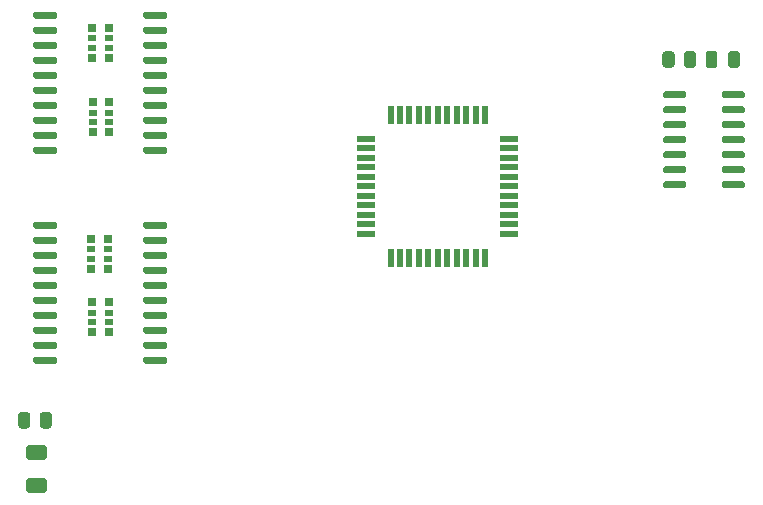
<source format=gbr>
%TF.GenerationSoftware,KiCad,Pcbnew,(5.1.10)-1*%
%TF.CreationDate,2021-06-15T10:47:19-05:00*%
%TF.ProjectId,gd 6502 proto pcb,67642036-3530-4322-9070-726f746f2070,rev?*%
%TF.SameCoordinates,Original*%
%TF.FileFunction,Paste,Top*%
%TF.FilePolarity,Positive*%
%FSLAX46Y46*%
G04 Gerber Fmt 4.6, Leading zero omitted, Abs format (unit mm)*
G04 Created by KiCad (PCBNEW (5.1.10)-1) date 2021-06-15 10:47:19*
%MOMM*%
%LPD*%
G01*
G04 APERTURE LIST*
%ADD10R,0.520000X1.500000*%
%ADD11R,1.500000X0.520000*%
%ADD12R,0.700000X0.640000*%
%ADD13R,0.700000X0.500000*%
G04 APERTURE END LIST*
%TO.C,U5*%
G36*
G01*
X160464000Y-100688000D02*
X160464000Y-100988000D01*
G75*
G02*
X160314000Y-101138000I-150000J0D01*
G01*
X158564000Y-101138000D01*
G75*
G02*
X158414000Y-100988000I0J150000D01*
G01*
X158414000Y-100688000D01*
G75*
G02*
X158564000Y-100538000I150000J0D01*
G01*
X160314000Y-100538000D01*
G75*
G02*
X160464000Y-100688000I0J-150000D01*
G01*
G37*
G36*
G01*
X160464000Y-99418000D02*
X160464000Y-99718000D01*
G75*
G02*
X160314000Y-99868000I-150000J0D01*
G01*
X158564000Y-99868000D01*
G75*
G02*
X158414000Y-99718000I0J150000D01*
G01*
X158414000Y-99418000D01*
G75*
G02*
X158564000Y-99268000I150000J0D01*
G01*
X160314000Y-99268000D01*
G75*
G02*
X160464000Y-99418000I0J-150000D01*
G01*
G37*
G36*
G01*
X160464000Y-98148000D02*
X160464000Y-98448000D01*
G75*
G02*
X160314000Y-98598000I-150000J0D01*
G01*
X158564000Y-98598000D01*
G75*
G02*
X158414000Y-98448000I0J150000D01*
G01*
X158414000Y-98148000D01*
G75*
G02*
X158564000Y-97998000I150000J0D01*
G01*
X160314000Y-97998000D01*
G75*
G02*
X160464000Y-98148000I0J-150000D01*
G01*
G37*
G36*
G01*
X160464000Y-96878000D02*
X160464000Y-97178000D01*
G75*
G02*
X160314000Y-97328000I-150000J0D01*
G01*
X158564000Y-97328000D01*
G75*
G02*
X158414000Y-97178000I0J150000D01*
G01*
X158414000Y-96878000D01*
G75*
G02*
X158564000Y-96728000I150000J0D01*
G01*
X160314000Y-96728000D01*
G75*
G02*
X160464000Y-96878000I0J-150000D01*
G01*
G37*
G36*
G01*
X160464000Y-95608000D02*
X160464000Y-95908000D01*
G75*
G02*
X160314000Y-96058000I-150000J0D01*
G01*
X158564000Y-96058000D01*
G75*
G02*
X158414000Y-95908000I0J150000D01*
G01*
X158414000Y-95608000D01*
G75*
G02*
X158564000Y-95458000I150000J0D01*
G01*
X160314000Y-95458000D01*
G75*
G02*
X160464000Y-95608000I0J-150000D01*
G01*
G37*
G36*
G01*
X160464000Y-94338000D02*
X160464000Y-94638000D01*
G75*
G02*
X160314000Y-94788000I-150000J0D01*
G01*
X158564000Y-94788000D01*
G75*
G02*
X158414000Y-94638000I0J150000D01*
G01*
X158414000Y-94338000D01*
G75*
G02*
X158564000Y-94188000I150000J0D01*
G01*
X160314000Y-94188000D01*
G75*
G02*
X160464000Y-94338000I0J-150000D01*
G01*
G37*
G36*
G01*
X160464000Y-93068000D02*
X160464000Y-93368000D01*
G75*
G02*
X160314000Y-93518000I-150000J0D01*
G01*
X158564000Y-93518000D01*
G75*
G02*
X158414000Y-93368000I0J150000D01*
G01*
X158414000Y-93068000D01*
G75*
G02*
X158564000Y-92918000I150000J0D01*
G01*
X160314000Y-92918000D01*
G75*
G02*
X160464000Y-93068000I0J-150000D01*
G01*
G37*
G36*
G01*
X160464000Y-91798000D02*
X160464000Y-92098000D01*
G75*
G02*
X160314000Y-92248000I-150000J0D01*
G01*
X158564000Y-92248000D01*
G75*
G02*
X158414000Y-92098000I0J150000D01*
G01*
X158414000Y-91798000D01*
G75*
G02*
X158564000Y-91648000I150000J0D01*
G01*
X160314000Y-91648000D01*
G75*
G02*
X160464000Y-91798000I0J-150000D01*
G01*
G37*
G36*
G01*
X160464000Y-90528000D02*
X160464000Y-90828000D01*
G75*
G02*
X160314000Y-90978000I-150000J0D01*
G01*
X158564000Y-90978000D01*
G75*
G02*
X158414000Y-90828000I0J150000D01*
G01*
X158414000Y-90528000D01*
G75*
G02*
X158564000Y-90378000I150000J0D01*
G01*
X160314000Y-90378000D01*
G75*
G02*
X160464000Y-90528000I0J-150000D01*
G01*
G37*
G36*
G01*
X160464000Y-89258000D02*
X160464000Y-89558000D01*
G75*
G02*
X160314000Y-89708000I-150000J0D01*
G01*
X158564000Y-89708000D01*
G75*
G02*
X158414000Y-89558000I0J150000D01*
G01*
X158414000Y-89258000D01*
G75*
G02*
X158564000Y-89108000I150000J0D01*
G01*
X160314000Y-89108000D01*
G75*
G02*
X160464000Y-89258000I0J-150000D01*
G01*
G37*
G36*
G01*
X169764000Y-89258000D02*
X169764000Y-89558000D01*
G75*
G02*
X169614000Y-89708000I-150000J0D01*
G01*
X167864000Y-89708000D01*
G75*
G02*
X167714000Y-89558000I0J150000D01*
G01*
X167714000Y-89258000D01*
G75*
G02*
X167864000Y-89108000I150000J0D01*
G01*
X169614000Y-89108000D01*
G75*
G02*
X169764000Y-89258000I0J-150000D01*
G01*
G37*
G36*
G01*
X169764000Y-90528000D02*
X169764000Y-90828000D01*
G75*
G02*
X169614000Y-90978000I-150000J0D01*
G01*
X167864000Y-90978000D01*
G75*
G02*
X167714000Y-90828000I0J150000D01*
G01*
X167714000Y-90528000D01*
G75*
G02*
X167864000Y-90378000I150000J0D01*
G01*
X169614000Y-90378000D01*
G75*
G02*
X169764000Y-90528000I0J-150000D01*
G01*
G37*
G36*
G01*
X169764000Y-91798000D02*
X169764000Y-92098000D01*
G75*
G02*
X169614000Y-92248000I-150000J0D01*
G01*
X167864000Y-92248000D01*
G75*
G02*
X167714000Y-92098000I0J150000D01*
G01*
X167714000Y-91798000D01*
G75*
G02*
X167864000Y-91648000I150000J0D01*
G01*
X169614000Y-91648000D01*
G75*
G02*
X169764000Y-91798000I0J-150000D01*
G01*
G37*
G36*
G01*
X169764000Y-93068000D02*
X169764000Y-93368000D01*
G75*
G02*
X169614000Y-93518000I-150000J0D01*
G01*
X167864000Y-93518000D01*
G75*
G02*
X167714000Y-93368000I0J150000D01*
G01*
X167714000Y-93068000D01*
G75*
G02*
X167864000Y-92918000I150000J0D01*
G01*
X169614000Y-92918000D01*
G75*
G02*
X169764000Y-93068000I0J-150000D01*
G01*
G37*
G36*
G01*
X169764000Y-94338000D02*
X169764000Y-94638000D01*
G75*
G02*
X169614000Y-94788000I-150000J0D01*
G01*
X167864000Y-94788000D01*
G75*
G02*
X167714000Y-94638000I0J150000D01*
G01*
X167714000Y-94338000D01*
G75*
G02*
X167864000Y-94188000I150000J0D01*
G01*
X169614000Y-94188000D01*
G75*
G02*
X169764000Y-94338000I0J-150000D01*
G01*
G37*
G36*
G01*
X169764000Y-95608000D02*
X169764000Y-95908000D01*
G75*
G02*
X169614000Y-96058000I-150000J0D01*
G01*
X167864000Y-96058000D01*
G75*
G02*
X167714000Y-95908000I0J150000D01*
G01*
X167714000Y-95608000D01*
G75*
G02*
X167864000Y-95458000I150000J0D01*
G01*
X169614000Y-95458000D01*
G75*
G02*
X169764000Y-95608000I0J-150000D01*
G01*
G37*
G36*
G01*
X169764000Y-96878000D02*
X169764000Y-97178000D01*
G75*
G02*
X169614000Y-97328000I-150000J0D01*
G01*
X167864000Y-97328000D01*
G75*
G02*
X167714000Y-97178000I0J150000D01*
G01*
X167714000Y-96878000D01*
G75*
G02*
X167864000Y-96728000I150000J0D01*
G01*
X169614000Y-96728000D01*
G75*
G02*
X169764000Y-96878000I0J-150000D01*
G01*
G37*
G36*
G01*
X169764000Y-98148000D02*
X169764000Y-98448000D01*
G75*
G02*
X169614000Y-98598000I-150000J0D01*
G01*
X167864000Y-98598000D01*
G75*
G02*
X167714000Y-98448000I0J150000D01*
G01*
X167714000Y-98148000D01*
G75*
G02*
X167864000Y-97998000I150000J0D01*
G01*
X169614000Y-97998000D01*
G75*
G02*
X169764000Y-98148000I0J-150000D01*
G01*
G37*
G36*
G01*
X169764000Y-99418000D02*
X169764000Y-99718000D01*
G75*
G02*
X169614000Y-99868000I-150000J0D01*
G01*
X167864000Y-99868000D01*
G75*
G02*
X167714000Y-99718000I0J150000D01*
G01*
X167714000Y-99418000D01*
G75*
G02*
X167864000Y-99268000I150000J0D01*
G01*
X169614000Y-99268000D01*
G75*
G02*
X169764000Y-99418000I0J-150000D01*
G01*
G37*
G36*
G01*
X169764000Y-100688000D02*
X169764000Y-100988000D01*
G75*
G02*
X169614000Y-101138000I-150000J0D01*
G01*
X167864000Y-101138000D01*
G75*
G02*
X167714000Y-100988000I0J150000D01*
G01*
X167714000Y-100688000D01*
G75*
G02*
X167864000Y-100538000I150000J0D01*
G01*
X169614000Y-100538000D01*
G75*
G02*
X169764000Y-100688000I0J-150000D01*
G01*
G37*
%TD*%
%TO.C,R4*%
G36*
G01*
X158959500Y-106368001D02*
X158959500Y-105467999D01*
G75*
G02*
X159209499Y-105218000I249999J0D01*
G01*
X159734501Y-105218000D01*
G75*
G02*
X159984500Y-105467999I0J-249999D01*
G01*
X159984500Y-106368001D01*
G75*
G02*
X159734501Y-106618000I-249999J0D01*
G01*
X159209499Y-106618000D01*
G75*
G02*
X158959500Y-106368001I0J249999D01*
G01*
G37*
G36*
G01*
X157134500Y-106368001D02*
X157134500Y-105467999D01*
G75*
G02*
X157384499Y-105218000I249999J0D01*
G01*
X157909501Y-105218000D01*
G75*
G02*
X158159500Y-105467999I0J-249999D01*
G01*
X158159500Y-106368001D01*
G75*
G02*
X157909501Y-106618000I-249999J0D01*
G01*
X157384499Y-106618000D01*
G75*
G02*
X157134500Y-106368001I0J249999D01*
G01*
G37*
%TD*%
%TO.C,D1*%
G36*
G01*
X159311500Y-109270500D02*
X158061500Y-109270500D01*
G75*
G02*
X157811500Y-109020500I0J250000D01*
G01*
X157811500Y-108270500D01*
G75*
G02*
X158061500Y-108020500I250000J0D01*
G01*
X159311500Y-108020500D01*
G75*
G02*
X159561500Y-108270500I0J-250000D01*
G01*
X159561500Y-109020500D01*
G75*
G02*
X159311500Y-109270500I-250000J0D01*
G01*
G37*
G36*
G01*
X159311500Y-112070500D02*
X158061500Y-112070500D01*
G75*
G02*
X157811500Y-111820500I0J250000D01*
G01*
X157811500Y-111070500D01*
G75*
G02*
X158061500Y-110820500I250000J0D01*
G01*
X159311500Y-110820500D01*
G75*
G02*
X159561500Y-111070500I0J-250000D01*
G01*
X159561500Y-111820500D01*
G75*
G02*
X159311500Y-112070500I-250000J0D01*
G01*
G37*
%TD*%
%TO.C,U4*%
G36*
G01*
X160464000Y-82908000D02*
X160464000Y-83208000D01*
G75*
G02*
X160314000Y-83358000I-150000J0D01*
G01*
X158564000Y-83358000D01*
G75*
G02*
X158414000Y-83208000I0J150000D01*
G01*
X158414000Y-82908000D01*
G75*
G02*
X158564000Y-82758000I150000J0D01*
G01*
X160314000Y-82758000D01*
G75*
G02*
X160464000Y-82908000I0J-150000D01*
G01*
G37*
G36*
G01*
X160464000Y-81638000D02*
X160464000Y-81938000D01*
G75*
G02*
X160314000Y-82088000I-150000J0D01*
G01*
X158564000Y-82088000D01*
G75*
G02*
X158414000Y-81938000I0J150000D01*
G01*
X158414000Y-81638000D01*
G75*
G02*
X158564000Y-81488000I150000J0D01*
G01*
X160314000Y-81488000D01*
G75*
G02*
X160464000Y-81638000I0J-150000D01*
G01*
G37*
G36*
G01*
X160464000Y-80368000D02*
X160464000Y-80668000D01*
G75*
G02*
X160314000Y-80818000I-150000J0D01*
G01*
X158564000Y-80818000D01*
G75*
G02*
X158414000Y-80668000I0J150000D01*
G01*
X158414000Y-80368000D01*
G75*
G02*
X158564000Y-80218000I150000J0D01*
G01*
X160314000Y-80218000D01*
G75*
G02*
X160464000Y-80368000I0J-150000D01*
G01*
G37*
G36*
G01*
X160464000Y-79098000D02*
X160464000Y-79398000D01*
G75*
G02*
X160314000Y-79548000I-150000J0D01*
G01*
X158564000Y-79548000D01*
G75*
G02*
X158414000Y-79398000I0J150000D01*
G01*
X158414000Y-79098000D01*
G75*
G02*
X158564000Y-78948000I150000J0D01*
G01*
X160314000Y-78948000D01*
G75*
G02*
X160464000Y-79098000I0J-150000D01*
G01*
G37*
G36*
G01*
X160464000Y-77828000D02*
X160464000Y-78128000D01*
G75*
G02*
X160314000Y-78278000I-150000J0D01*
G01*
X158564000Y-78278000D01*
G75*
G02*
X158414000Y-78128000I0J150000D01*
G01*
X158414000Y-77828000D01*
G75*
G02*
X158564000Y-77678000I150000J0D01*
G01*
X160314000Y-77678000D01*
G75*
G02*
X160464000Y-77828000I0J-150000D01*
G01*
G37*
G36*
G01*
X160464000Y-76558000D02*
X160464000Y-76858000D01*
G75*
G02*
X160314000Y-77008000I-150000J0D01*
G01*
X158564000Y-77008000D01*
G75*
G02*
X158414000Y-76858000I0J150000D01*
G01*
X158414000Y-76558000D01*
G75*
G02*
X158564000Y-76408000I150000J0D01*
G01*
X160314000Y-76408000D01*
G75*
G02*
X160464000Y-76558000I0J-150000D01*
G01*
G37*
G36*
G01*
X160464000Y-75288000D02*
X160464000Y-75588000D01*
G75*
G02*
X160314000Y-75738000I-150000J0D01*
G01*
X158564000Y-75738000D01*
G75*
G02*
X158414000Y-75588000I0J150000D01*
G01*
X158414000Y-75288000D01*
G75*
G02*
X158564000Y-75138000I150000J0D01*
G01*
X160314000Y-75138000D01*
G75*
G02*
X160464000Y-75288000I0J-150000D01*
G01*
G37*
G36*
G01*
X160464000Y-74018000D02*
X160464000Y-74318000D01*
G75*
G02*
X160314000Y-74468000I-150000J0D01*
G01*
X158564000Y-74468000D01*
G75*
G02*
X158414000Y-74318000I0J150000D01*
G01*
X158414000Y-74018000D01*
G75*
G02*
X158564000Y-73868000I150000J0D01*
G01*
X160314000Y-73868000D01*
G75*
G02*
X160464000Y-74018000I0J-150000D01*
G01*
G37*
G36*
G01*
X160464000Y-72748000D02*
X160464000Y-73048000D01*
G75*
G02*
X160314000Y-73198000I-150000J0D01*
G01*
X158564000Y-73198000D01*
G75*
G02*
X158414000Y-73048000I0J150000D01*
G01*
X158414000Y-72748000D01*
G75*
G02*
X158564000Y-72598000I150000J0D01*
G01*
X160314000Y-72598000D01*
G75*
G02*
X160464000Y-72748000I0J-150000D01*
G01*
G37*
G36*
G01*
X160464000Y-71478000D02*
X160464000Y-71778000D01*
G75*
G02*
X160314000Y-71928000I-150000J0D01*
G01*
X158564000Y-71928000D01*
G75*
G02*
X158414000Y-71778000I0J150000D01*
G01*
X158414000Y-71478000D01*
G75*
G02*
X158564000Y-71328000I150000J0D01*
G01*
X160314000Y-71328000D01*
G75*
G02*
X160464000Y-71478000I0J-150000D01*
G01*
G37*
G36*
G01*
X169764000Y-71478000D02*
X169764000Y-71778000D01*
G75*
G02*
X169614000Y-71928000I-150000J0D01*
G01*
X167864000Y-71928000D01*
G75*
G02*
X167714000Y-71778000I0J150000D01*
G01*
X167714000Y-71478000D01*
G75*
G02*
X167864000Y-71328000I150000J0D01*
G01*
X169614000Y-71328000D01*
G75*
G02*
X169764000Y-71478000I0J-150000D01*
G01*
G37*
G36*
G01*
X169764000Y-72748000D02*
X169764000Y-73048000D01*
G75*
G02*
X169614000Y-73198000I-150000J0D01*
G01*
X167864000Y-73198000D01*
G75*
G02*
X167714000Y-73048000I0J150000D01*
G01*
X167714000Y-72748000D01*
G75*
G02*
X167864000Y-72598000I150000J0D01*
G01*
X169614000Y-72598000D01*
G75*
G02*
X169764000Y-72748000I0J-150000D01*
G01*
G37*
G36*
G01*
X169764000Y-74018000D02*
X169764000Y-74318000D01*
G75*
G02*
X169614000Y-74468000I-150000J0D01*
G01*
X167864000Y-74468000D01*
G75*
G02*
X167714000Y-74318000I0J150000D01*
G01*
X167714000Y-74018000D01*
G75*
G02*
X167864000Y-73868000I150000J0D01*
G01*
X169614000Y-73868000D01*
G75*
G02*
X169764000Y-74018000I0J-150000D01*
G01*
G37*
G36*
G01*
X169764000Y-75288000D02*
X169764000Y-75588000D01*
G75*
G02*
X169614000Y-75738000I-150000J0D01*
G01*
X167864000Y-75738000D01*
G75*
G02*
X167714000Y-75588000I0J150000D01*
G01*
X167714000Y-75288000D01*
G75*
G02*
X167864000Y-75138000I150000J0D01*
G01*
X169614000Y-75138000D01*
G75*
G02*
X169764000Y-75288000I0J-150000D01*
G01*
G37*
G36*
G01*
X169764000Y-76558000D02*
X169764000Y-76858000D01*
G75*
G02*
X169614000Y-77008000I-150000J0D01*
G01*
X167864000Y-77008000D01*
G75*
G02*
X167714000Y-76858000I0J150000D01*
G01*
X167714000Y-76558000D01*
G75*
G02*
X167864000Y-76408000I150000J0D01*
G01*
X169614000Y-76408000D01*
G75*
G02*
X169764000Y-76558000I0J-150000D01*
G01*
G37*
G36*
G01*
X169764000Y-77828000D02*
X169764000Y-78128000D01*
G75*
G02*
X169614000Y-78278000I-150000J0D01*
G01*
X167864000Y-78278000D01*
G75*
G02*
X167714000Y-78128000I0J150000D01*
G01*
X167714000Y-77828000D01*
G75*
G02*
X167864000Y-77678000I150000J0D01*
G01*
X169614000Y-77678000D01*
G75*
G02*
X169764000Y-77828000I0J-150000D01*
G01*
G37*
G36*
G01*
X169764000Y-79098000D02*
X169764000Y-79398000D01*
G75*
G02*
X169614000Y-79548000I-150000J0D01*
G01*
X167864000Y-79548000D01*
G75*
G02*
X167714000Y-79398000I0J150000D01*
G01*
X167714000Y-79098000D01*
G75*
G02*
X167864000Y-78948000I150000J0D01*
G01*
X169614000Y-78948000D01*
G75*
G02*
X169764000Y-79098000I0J-150000D01*
G01*
G37*
G36*
G01*
X169764000Y-80368000D02*
X169764000Y-80668000D01*
G75*
G02*
X169614000Y-80818000I-150000J0D01*
G01*
X167864000Y-80818000D01*
G75*
G02*
X167714000Y-80668000I0J150000D01*
G01*
X167714000Y-80368000D01*
G75*
G02*
X167864000Y-80218000I150000J0D01*
G01*
X169614000Y-80218000D01*
G75*
G02*
X169764000Y-80368000I0J-150000D01*
G01*
G37*
G36*
G01*
X169764000Y-81638000D02*
X169764000Y-81938000D01*
G75*
G02*
X169614000Y-82088000I-150000J0D01*
G01*
X167864000Y-82088000D01*
G75*
G02*
X167714000Y-81938000I0J150000D01*
G01*
X167714000Y-81638000D01*
G75*
G02*
X167864000Y-81488000I150000J0D01*
G01*
X169614000Y-81488000D01*
G75*
G02*
X169764000Y-81638000I0J-150000D01*
G01*
G37*
G36*
G01*
X169764000Y-82908000D02*
X169764000Y-83208000D01*
G75*
G02*
X169614000Y-83358000I-150000J0D01*
G01*
X167864000Y-83358000D01*
G75*
G02*
X167714000Y-83208000I0J150000D01*
G01*
X167714000Y-82908000D01*
G75*
G02*
X167864000Y-82758000I150000J0D01*
G01*
X169614000Y-82758000D01*
G75*
G02*
X169764000Y-82908000I0J-150000D01*
G01*
G37*
%TD*%
%TO.C,U3*%
G36*
G01*
X216701500Y-78509000D02*
X216701500Y-78209000D01*
G75*
G02*
X216851500Y-78059000I150000J0D01*
G01*
X218501500Y-78059000D01*
G75*
G02*
X218651500Y-78209000I0J-150000D01*
G01*
X218651500Y-78509000D01*
G75*
G02*
X218501500Y-78659000I-150000J0D01*
G01*
X216851500Y-78659000D01*
G75*
G02*
X216701500Y-78509000I0J150000D01*
G01*
G37*
G36*
G01*
X216701500Y-79779000D02*
X216701500Y-79479000D01*
G75*
G02*
X216851500Y-79329000I150000J0D01*
G01*
X218501500Y-79329000D01*
G75*
G02*
X218651500Y-79479000I0J-150000D01*
G01*
X218651500Y-79779000D01*
G75*
G02*
X218501500Y-79929000I-150000J0D01*
G01*
X216851500Y-79929000D01*
G75*
G02*
X216701500Y-79779000I0J150000D01*
G01*
G37*
G36*
G01*
X216701500Y-81049000D02*
X216701500Y-80749000D01*
G75*
G02*
X216851500Y-80599000I150000J0D01*
G01*
X218501500Y-80599000D01*
G75*
G02*
X218651500Y-80749000I0J-150000D01*
G01*
X218651500Y-81049000D01*
G75*
G02*
X218501500Y-81199000I-150000J0D01*
G01*
X216851500Y-81199000D01*
G75*
G02*
X216701500Y-81049000I0J150000D01*
G01*
G37*
G36*
G01*
X216701500Y-82319000D02*
X216701500Y-82019000D01*
G75*
G02*
X216851500Y-81869000I150000J0D01*
G01*
X218501500Y-81869000D01*
G75*
G02*
X218651500Y-82019000I0J-150000D01*
G01*
X218651500Y-82319000D01*
G75*
G02*
X218501500Y-82469000I-150000J0D01*
G01*
X216851500Y-82469000D01*
G75*
G02*
X216701500Y-82319000I0J150000D01*
G01*
G37*
G36*
G01*
X216701500Y-83589000D02*
X216701500Y-83289000D01*
G75*
G02*
X216851500Y-83139000I150000J0D01*
G01*
X218501500Y-83139000D01*
G75*
G02*
X218651500Y-83289000I0J-150000D01*
G01*
X218651500Y-83589000D01*
G75*
G02*
X218501500Y-83739000I-150000J0D01*
G01*
X216851500Y-83739000D01*
G75*
G02*
X216701500Y-83589000I0J150000D01*
G01*
G37*
G36*
G01*
X216701500Y-84859000D02*
X216701500Y-84559000D01*
G75*
G02*
X216851500Y-84409000I150000J0D01*
G01*
X218501500Y-84409000D01*
G75*
G02*
X218651500Y-84559000I0J-150000D01*
G01*
X218651500Y-84859000D01*
G75*
G02*
X218501500Y-85009000I-150000J0D01*
G01*
X216851500Y-85009000D01*
G75*
G02*
X216701500Y-84859000I0J150000D01*
G01*
G37*
G36*
G01*
X216701500Y-86129000D02*
X216701500Y-85829000D01*
G75*
G02*
X216851500Y-85679000I150000J0D01*
G01*
X218501500Y-85679000D01*
G75*
G02*
X218651500Y-85829000I0J-150000D01*
G01*
X218651500Y-86129000D01*
G75*
G02*
X218501500Y-86279000I-150000J0D01*
G01*
X216851500Y-86279000D01*
G75*
G02*
X216701500Y-86129000I0J150000D01*
G01*
G37*
G36*
G01*
X211751500Y-86129000D02*
X211751500Y-85829000D01*
G75*
G02*
X211901500Y-85679000I150000J0D01*
G01*
X213551500Y-85679000D01*
G75*
G02*
X213701500Y-85829000I0J-150000D01*
G01*
X213701500Y-86129000D01*
G75*
G02*
X213551500Y-86279000I-150000J0D01*
G01*
X211901500Y-86279000D01*
G75*
G02*
X211751500Y-86129000I0J150000D01*
G01*
G37*
G36*
G01*
X211751500Y-84859000D02*
X211751500Y-84559000D01*
G75*
G02*
X211901500Y-84409000I150000J0D01*
G01*
X213551500Y-84409000D01*
G75*
G02*
X213701500Y-84559000I0J-150000D01*
G01*
X213701500Y-84859000D01*
G75*
G02*
X213551500Y-85009000I-150000J0D01*
G01*
X211901500Y-85009000D01*
G75*
G02*
X211751500Y-84859000I0J150000D01*
G01*
G37*
G36*
G01*
X211751500Y-83589000D02*
X211751500Y-83289000D01*
G75*
G02*
X211901500Y-83139000I150000J0D01*
G01*
X213551500Y-83139000D01*
G75*
G02*
X213701500Y-83289000I0J-150000D01*
G01*
X213701500Y-83589000D01*
G75*
G02*
X213551500Y-83739000I-150000J0D01*
G01*
X211901500Y-83739000D01*
G75*
G02*
X211751500Y-83589000I0J150000D01*
G01*
G37*
G36*
G01*
X211751500Y-82319000D02*
X211751500Y-82019000D01*
G75*
G02*
X211901500Y-81869000I150000J0D01*
G01*
X213551500Y-81869000D01*
G75*
G02*
X213701500Y-82019000I0J-150000D01*
G01*
X213701500Y-82319000D01*
G75*
G02*
X213551500Y-82469000I-150000J0D01*
G01*
X211901500Y-82469000D01*
G75*
G02*
X211751500Y-82319000I0J150000D01*
G01*
G37*
G36*
G01*
X211751500Y-81049000D02*
X211751500Y-80749000D01*
G75*
G02*
X211901500Y-80599000I150000J0D01*
G01*
X213551500Y-80599000D01*
G75*
G02*
X213701500Y-80749000I0J-150000D01*
G01*
X213701500Y-81049000D01*
G75*
G02*
X213551500Y-81199000I-150000J0D01*
G01*
X211901500Y-81199000D01*
G75*
G02*
X211751500Y-81049000I0J150000D01*
G01*
G37*
G36*
G01*
X211751500Y-79779000D02*
X211751500Y-79479000D01*
G75*
G02*
X211901500Y-79329000I150000J0D01*
G01*
X213551500Y-79329000D01*
G75*
G02*
X213701500Y-79479000I0J-150000D01*
G01*
X213701500Y-79779000D01*
G75*
G02*
X213551500Y-79929000I-150000J0D01*
G01*
X211901500Y-79929000D01*
G75*
G02*
X211751500Y-79779000I0J150000D01*
G01*
G37*
G36*
G01*
X211751500Y-78509000D02*
X211751500Y-78209000D01*
G75*
G02*
X211901500Y-78059000I150000J0D01*
G01*
X213551500Y-78059000D01*
G75*
G02*
X213701500Y-78209000I0J-150000D01*
G01*
X213701500Y-78509000D01*
G75*
G02*
X213551500Y-78659000I-150000J0D01*
G01*
X211901500Y-78659000D01*
G75*
G02*
X211751500Y-78509000I0J150000D01*
G01*
G37*
%TD*%
D10*
%TO.C,U2*%
X188659000Y-80056000D03*
X189459000Y-80056000D03*
X190259000Y-80056000D03*
X191059000Y-80056000D03*
X191859000Y-80056000D03*
X192659000Y-80056000D03*
X193459000Y-80056000D03*
X194259000Y-80056000D03*
X195059000Y-80056000D03*
X195859000Y-80056000D03*
X196659000Y-80056000D03*
D11*
X198709000Y-82106000D03*
X198709000Y-82906000D03*
X198709000Y-83706000D03*
X198709000Y-84506000D03*
X198709000Y-85306000D03*
X198709000Y-86106000D03*
X198709000Y-86906000D03*
X198709000Y-87706000D03*
X198709000Y-88506000D03*
X198709000Y-89306000D03*
X198709000Y-90106000D03*
D10*
X196659000Y-92156000D03*
X195859000Y-92156000D03*
X195059000Y-92156000D03*
X194259000Y-92156000D03*
X193459000Y-92156000D03*
X192659000Y-92156000D03*
X191859000Y-92156000D03*
X191059000Y-92156000D03*
X190259000Y-92156000D03*
X189459000Y-92156000D03*
X188659000Y-92156000D03*
D11*
X186609000Y-90106000D03*
X186609000Y-89306000D03*
X186609000Y-88506000D03*
X186609000Y-87706000D03*
X186609000Y-86906000D03*
X186609000Y-86106000D03*
X186609000Y-85306000D03*
X186609000Y-84506000D03*
X186609000Y-83706000D03*
X186609000Y-82906000D03*
X186609000Y-82106000D03*
%TD*%
%TO.C,RNP1*%
G36*
G01*
X213506000Y-75824501D02*
X213506000Y-74924499D01*
G75*
G02*
X213755999Y-74674500I249999J0D01*
G01*
X214281001Y-74674500D01*
G75*
G02*
X214531000Y-74924499I0J-249999D01*
G01*
X214531000Y-75824501D01*
G75*
G02*
X214281001Y-76074500I-249999J0D01*
G01*
X213755999Y-76074500D01*
G75*
G02*
X213506000Y-75824501I0J249999D01*
G01*
G37*
G36*
G01*
X211681000Y-75824501D02*
X211681000Y-74924499D01*
G75*
G02*
X211930999Y-74674500I249999J0D01*
G01*
X212456001Y-74674500D01*
G75*
G02*
X212706000Y-74924499I0J-249999D01*
G01*
X212706000Y-75824501D01*
G75*
G02*
X212456001Y-76074500I-249999J0D01*
G01*
X211930999Y-76074500D01*
G75*
G02*
X211681000Y-75824501I0J249999D01*
G01*
G37*
%TD*%
D12*
%TO.C,RN4*%
X163385500Y-95929500D03*
D13*
X163385500Y-97599500D03*
X163385500Y-96799500D03*
D12*
X163385500Y-98469500D03*
D13*
X164785500Y-96799500D03*
D12*
X164785500Y-95929500D03*
D13*
X164785500Y-97599500D03*
D12*
X164785500Y-98469500D03*
%TD*%
%TO.C,RN3*%
X163320500Y-90551000D03*
D13*
X163320500Y-92221000D03*
X163320500Y-91421000D03*
D12*
X163320500Y-93091000D03*
D13*
X164720500Y-91421000D03*
D12*
X164720500Y-90551000D03*
D13*
X164720500Y-92221000D03*
D12*
X164720500Y-93091000D03*
%TD*%
%TO.C,RN2*%
X163447500Y-78994000D03*
D13*
X163447500Y-80664000D03*
X163447500Y-79864000D03*
D12*
X163447500Y-81534000D03*
D13*
X164847500Y-79864000D03*
D12*
X164847500Y-78994000D03*
D13*
X164847500Y-80664000D03*
D12*
X164847500Y-81534000D03*
%TD*%
%TO.C,RN1*%
X163382500Y-72707500D03*
D13*
X163382500Y-74377500D03*
X163382500Y-73577500D03*
D12*
X163382500Y-75247500D03*
D13*
X164782500Y-73577500D03*
D12*
X164782500Y-72707500D03*
D13*
X164782500Y-74377500D03*
D12*
X164782500Y-75247500D03*
%TD*%
%TO.C,C7*%
G36*
G01*
X216339000Y-74899500D02*
X216339000Y-75849500D01*
G75*
G02*
X216089000Y-76099500I-250000J0D01*
G01*
X215589000Y-76099500D01*
G75*
G02*
X215339000Y-75849500I0J250000D01*
G01*
X215339000Y-74899500D01*
G75*
G02*
X215589000Y-74649500I250000J0D01*
G01*
X216089000Y-74649500D01*
G75*
G02*
X216339000Y-74899500I0J-250000D01*
G01*
G37*
G36*
G01*
X218239000Y-74899500D02*
X218239000Y-75849500D01*
G75*
G02*
X217989000Y-76099500I-250000J0D01*
G01*
X217489000Y-76099500D01*
G75*
G02*
X217239000Y-75849500I0J250000D01*
G01*
X217239000Y-74899500D01*
G75*
G02*
X217489000Y-74649500I250000J0D01*
G01*
X217989000Y-74649500D01*
G75*
G02*
X218239000Y-74899500I0J-250000D01*
G01*
G37*
%TD*%
M02*

</source>
